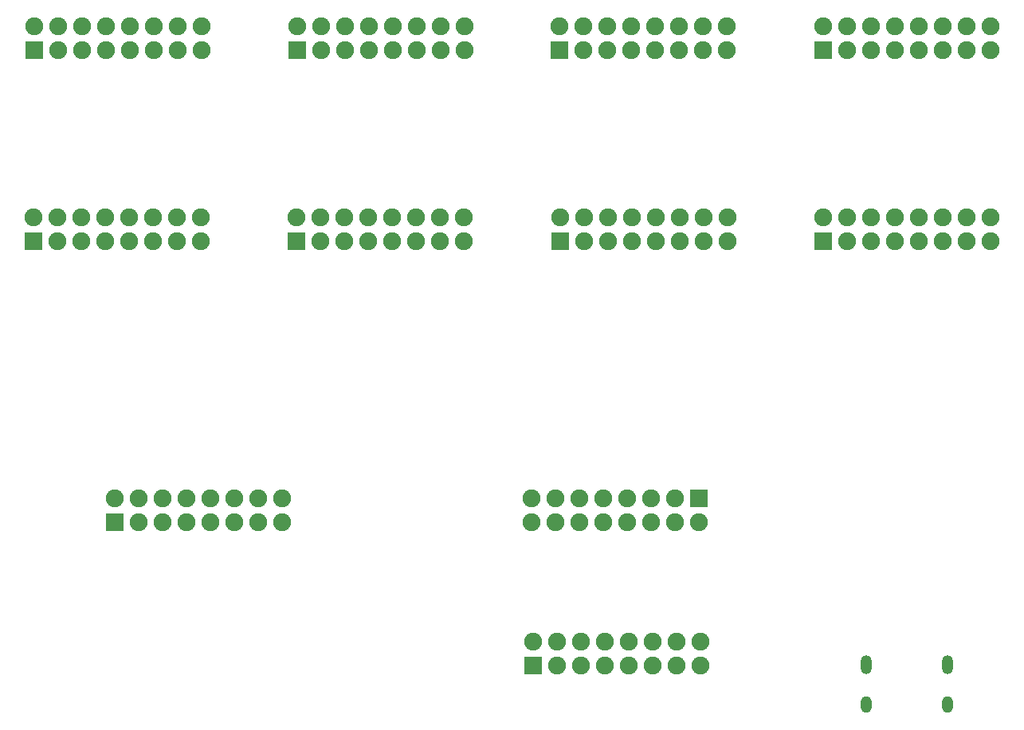
<source format=gbs>
G04 Layer: BottomSolderMaskLayer*
G04 EasyEDA v6.5.15, 2022-09-22 11:34:21*
G04 4b7f6f8434e74b0d931dc7ec5f8e676b,5f190de28158457892684f41c71a4f21,10*
G04 Gerber Generator version 0.2*
G04 Scale: 100 percent, Rotated: No, Reflected: No *
G04 Dimensions in millimeters *
G04 leading zeros omitted , absolute positions ,4 integer and 5 decimal *
%FSLAX45Y45*%
%MOMM*%

%AMMACRO1*1,1,$1,$2,$3*1,1,$1,$4,$5*1,1,$1,0-$2,0-$3*1,1,$1,0-$4,0-$5*20,1,$1,$2,$3,$4,$5,0*20,1,$1,$4,$5,0-$2,0-$3,0*20,1,$1,0-$2,0-$3,0-$4,0-$5,0*20,1,$1,0-$4,0-$5,$2,$3,0*4,1,4,$2,$3,$4,$5,0-$2,0-$3,0-$4,0-$5,$2,$3,0*%
%ADD10C,1.9016*%
%ADD11MACRO1,0.1016X-0.9X0.9X0.9X0.9*%
%ADD12MACRO1,0.1016X0.9X-0.9X-0.9X-0.9*%
%ADD13O,1.1999976X1.7999964*%
%ADD14O,1.1999976X1.9999959999999999*%

%LPD*%
D10*
G01*
X2679700Y-7277100D03*
G01*
X2679700Y-7531100D03*
G01*
X2425700Y-7277100D03*
G01*
X2425700Y-7531100D03*
G01*
X2171700Y-7277100D03*
G01*
X2171700Y-7531100D03*
G01*
X1917700Y-7277100D03*
G01*
X1917700Y-7531100D03*
G01*
X1663700Y-7277100D03*
G01*
X1663700Y-7531100D03*
G01*
X1409700Y-7277100D03*
G01*
X1409700Y-7531100D03*
G01*
X1155700Y-7277100D03*
G01*
X1155700Y-7531100D03*
G01*
X901700Y-7277100D03*
D11*
G01*
X901700Y-7531100D03*
D10*
G01*
X2667000Y-9309100D03*
G01*
X2667000Y-9563100D03*
G01*
X2413000Y-9309100D03*
G01*
X2413000Y-9563100D03*
G01*
X2159000Y-9309100D03*
G01*
X2159000Y-9563100D03*
G01*
X1905000Y-9309100D03*
G01*
X1905000Y-9563100D03*
G01*
X1651000Y-9309100D03*
G01*
X1651000Y-9563100D03*
G01*
X1397000Y-9309100D03*
G01*
X1397000Y-9563100D03*
G01*
X1143000Y-9309100D03*
G01*
X1143000Y-9563100D03*
G01*
X889000Y-9309100D03*
D11*
G01*
X889000Y-9563100D03*
D10*
G01*
X5473700Y-7277100D03*
G01*
X5473700Y-7531100D03*
G01*
X5219700Y-7277100D03*
G01*
X5219700Y-7531100D03*
G01*
X4965700Y-7277100D03*
G01*
X4965700Y-7531100D03*
G01*
X4711700Y-7277100D03*
G01*
X4711700Y-7531100D03*
G01*
X4457700Y-7277100D03*
G01*
X4457700Y-7531100D03*
G01*
X4203700Y-7277100D03*
G01*
X4203700Y-7531100D03*
G01*
X3949700Y-7277100D03*
G01*
X3949700Y-7531100D03*
G01*
X3695700Y-7277100D03*
D11*
G01*
X3695700Y-7531100D03*
D10*
G01*
X5461000Y-9309100D03*
G01*
X5461000Y-9563100D03*
G01*
X5207000Y-9309100D03*
G01*
X5207000Y-9563100D03*
G01*
X4953000Y-9309100D03*
G01*
X4953000Y-9563100D03*
G01*
X4699000Y-9309100D03*
G01*
X4699000Y-9563100D03*
G01*
X4445000Y-9309100D03*
G01*
X4445000Y-9563100D03*
G01*
X4191000Y-9309100D03*
G01*
X4191000Y-9563100D03*
G01*
X3937000Y-9309100D03*
G01*
X3937000Y-9563100D03*
G01*
X3683000Y-9309100D03*
D11*
G01*
X3683000Y-9563100D03*
D10*
G01*
X8255000Y-7277100D03*
G01*
X8255000Y-7531100D03*
G01*
X8001000Y-7277100D03*
G01*
X8001000Y-7531100D03*
G01*
X7747000Y-7277100D03*
G01*
X7747000Y-7531100D03*
G01*
X7493000Y-7277100D03*
G01*
X7493000Y-7531100D03*
G01*
X7239000Y-7277100D03*
G01*
X7239000Y-7531100D03*
G01*
X6985000Y-7277100D03*
G01*
X6985000Y-7531100D03*
G01*
X6731000Y-7277100D03*
G01*
X6731000Y-7531100D03*
G01*
X6477000Y-7277100D03*
D11*
G01*
X6477000Y-7531100D03*
D10*
G01*
X8267700Y-9309100D03*
G01*
X8267700Y-9563100D03*
G01*
X8013700Y-9309100D03*
G01*
X8013700Y-9563100D03*
G01*
X7759700Y-9309100D03*
G01*
X7759700Y-9563100D03*
G01*
X7505700Y-9309100D03*
G01*
X7505700Y-9563100D03*
G01*
X7251700Y-9309100D03*
G01*
X7251700Y-9563100D03*
G01*
X6997700Y-9309100D03*
G01*
X6997700Y-9563100D03*
G01*
X6743700Y-9309100D03*
G01*
X6743700Y-9563100D03*
G01*
X6489700Y-9309100D03*
D11*
G01*
X6489700Y-9563100D03*
D10*
G01*
X11061700Y-7277100D03*
G01*
X11061700Y-7531100D03*
G01*
X10807700Y-7277100D03*
G01*
X10807700Y-7531100D03*
G01*
X10553700Y-7277100D03*
G01*
X10553700Y-7531100D03*
G01*
X10299700Y-7277100D03*
G01*
X10299700Y-7531100D03*
G01*
X10045700Y-7277100D03*
G01*
X10045700Y-7531100D03*
G01*
X9791700Y-7277100D03*
G01*
X9791700Y-7531100D03*
G01*
X9537700Y-7277100D03*
G01*
X9537700Y-7531100D03*
G01*
X9283700Y-7277100D03*
D11*
G01*
X9283700Y-7531100D03*
D10*
G01*
X11061700Y-9309100D03*
G01*
X11061700Y-9563100D03*
G01*
X10807700Y-9309100D03*
G01*
X10807700Y-9563100D03*
G01*
X10553700Y-9309100D03*
G01*
X10553700Y-9563100D03*
G01*
X10299700Y-9309100D03*
G01*
X10299700Y-9563100D03*
G01*
X10045700Y-9309100D03*
G01*
X10045700Y-9563100D03*
G01*
X9791700Y-9309100D03*
G01*
X9791700Y-9563100D03*
G01*
X9537700Y-9309100D03*
G01*
X9537700Y-9563100D03*
G01*
X9283700Y-9309100D03*
D11*
G01*
X9283700Y-9563100D03*
D10*
G01*
X7975600Y-13817600D03*
G01*
X7975600Y-14071600D03*
G01*
X7721600Y-13817600D03*
G01*
X7721600Y-14071600D03*
G01*
X7467600Y-13817600D03*
G01*
X7467600Y-14071600D03*
G01*
X7213600Y-13817600D03*
G01*
X7213600Y-14071600D03*
G01*
X6959600Y-13817600D03*
G01*
X6959600Y-14071600D03*
G01*
X6705600Y-13817600D03*
G01*
X6705600Y-14071600D03*
G01*
X6451600Y-13817600D03*
G01*
X6451600Y-14071600D03*
G01*
X6197600Y-13817600D03*
D11*
G01*
X6197600Y-14071600D03*
D10*
G01*
X6184900Y-12547600D03*
G01*
X6184900Y-12293600D03*
G01*
X6438900Y-12547600D03*
G01*
X6438900Y-12293600D03*
G01*
X6692900Y-12547600D03*
G01*
X6692900Y-12293600D03*
G01*
X6946900Y-12547600D03*
G01*
X6946900Y-12293600D03*
G01*
X7200900Y-12547600D03*
G01*
X7200900Y-12293600D03*
G01*
X7454900Y-12547600D03*
G01*
X7454900Y-12293600D03*
G01*
X7708900Y-12547600D03*
G01*
X7708900Y-12293600D03*
G01*
X7962900Y-12547600D03*
D12*
G01*
X7962900Y-12293600D03*
D10*
G01*
X3535045Y-12293600D03*
G01*
X3535045Y-12547600D03*
G01*
X3281045Y-12293600D03*
G01*
X3281045Y-12547600D03*
G01*
X3027045Y-12293600D03*
G01*
X3027045Y-12547600D03*
G01*
X2773045Y-12293600D03*
G01*
X2773045Y-12547600D03*
G01*
X2519045Y-12293600D03*
G01*
X2519045Y-12547600D03*
G01*
X2265045Y-12293600D03*
G01*
X2265045Y-12547600D03*
G01*
X2011045Y-12293600D03*
G01*
X2011045Y-12547600D03*
G01*
X1757045Y-12293600D03*
D11*
G01*
X1757034Y-12547600D03*
D13*
G01*
X10605211Y-14485112D03*
D14*
G01*
X10605211Y-14065122D03*
G01*
X9740188Y-14065122D03*
D13*
G01*
X9740188Y-14485112D03*
M02*

</source>
